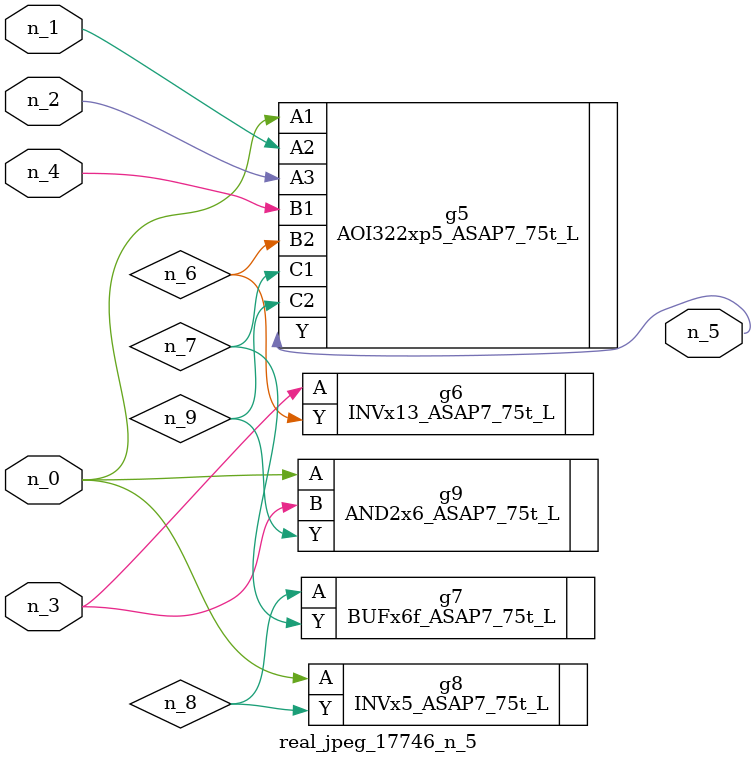
<source format=v>
module real_jpeg_17746_n_5 (n_4, n_0, n_1, n_2, n_3, n_5);

input n_4;
input n_0;
input n_1;
input n_2;
input n_3;

output n_5;

wire n_8;
wire n_6;
wire n_7;
wire n_9;

AOI322xp5_ASAP7_75t_L g5 ( 
.A1(n_0),
.A2(n_1),
.A3(n_2),
.B1(n_4),
.B2(n_6),
.C1(n_7),
.C2(n_9),
.Y(n_5)
);

INVx5_ASAP7_75t_L g8 ( 
.A(n_0),
.Y(n_8)
);

AND2x6_ASAP7_75t_L g9 ( 
.A(n_0),
.B(n_3),
.Y(n_9)
);

INVx13_ASAP7_75t_L g6 ( 
.A(n_3),
.Y(n_6)
);

BUFx6f_ASAP7_75t_L g7 ( 
.A(n_8),
.Y(n_7)
);


endmodule
</source>
